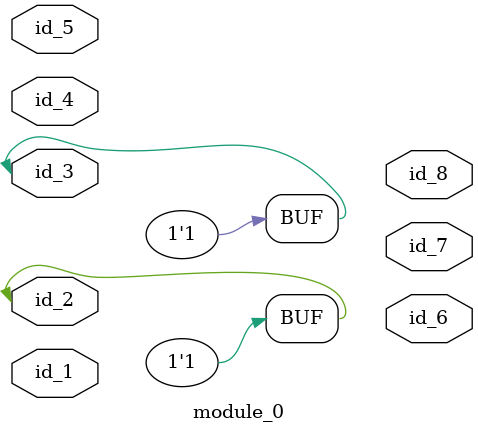
<source format=v>
`default_nettype wire
module module_0 (
    id_1,
    id_2,
    id_3,
    id_4,
    id_5,
    id_6,
    id_7,
    id_8
);
  output id_8;
  output id_7;
  output id_6;
  inout id_5;
  input id_4;
  inout id_3;
  inout id_2;
  inout id_1;
  assign id_3 = 1;
  assign id_2 = 1;
endmodule

</source>
